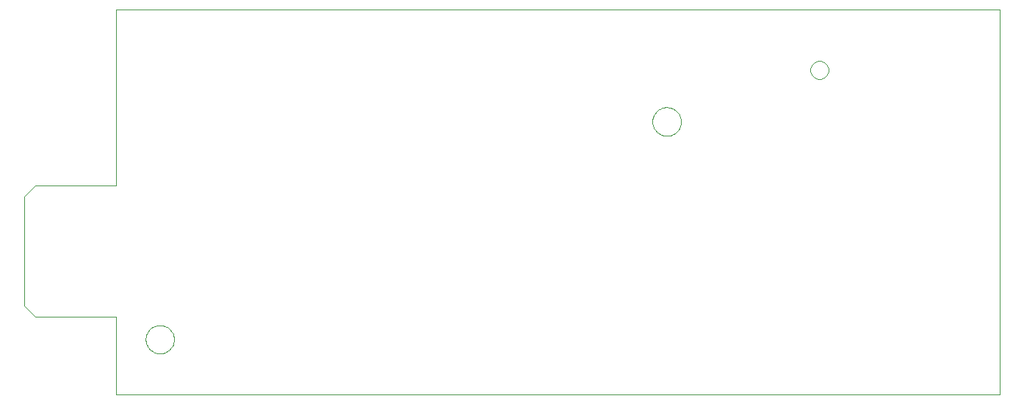
<source format=gko>
G75*
%MOIN*%
%OFA0B0*%
%FSLAX24Y24*%
%IPPOS*%
%LPD*%
%AMOC8*
5,1,8,0,0,1.08239X$1,22.5*
%
%ADD10C,0.0000*%
D10*
X004500Y018500D02*
X004500Y020250D01*
X004500Y020130D02*
X004500Y022005D01*
X004500Y022020D02*
X004500Y021384D01*
X004500Y022020D02*
X000850Y022020D01*
X000350Y022520D01*
X000350Y022699D01*
X000350Y022700D02*
X000350Y027480D01*
X000850Y027980D01*
X004500Y027980D01*
X004500Y029880D01*
X004500Y029250D02*
X004500Y036000D01*
X004500Y035996D02*
X044620Y035996D01*
X044620Y018500D01*
X004500Y018500D01*
X005857Y021000D02*
X005859Y021050D01*
X005865Y021101D01*
X005875Y021150D01*
X005888Y021199D01*
X005906Y021246D01*
X005927Y021292D01*
X005952Y021336D01*
X005980Y021378D01*
X006011Y021418D01*
X006045Y021455D01*
X006082Y021489D01*
X006122Y021520D01*
X006164Y021548D01*
X006208Y021573D01*
X006254Y021594D01*
X006301Y021612D01*
X006350Y021625D01*
X006399Y021635D01*
X006450Y021641D01*
X006500Y021643D01*
X006550Y021641D01*
X006601Y021635D01*
X006650Y021625D01*
X006699Y021612D01*
X006746Y021594D01*
X006792Y021573D01*
X006836Y021548D01*
X006878Y021520D01*
X006918Y021489D01*
X006955Y021455D01*
X006989Y021418D01*
X007020Y021378D01*
X007048Y021336D01*
X007073Y021292D01*
X007094Y021246D01*
X007112Y021199D01*
X007125Y021150D01*
X007135Y021101D01*
X007141Y021050D01*
X007143Y021000D01*
X007141Y020950D01*
X007135Y020899D01*
X007125Y020850D01*
X007112Y020801D01*
X007094Y020754D01*
X007073Y020708D01*
X007048Y020664D01*
X007020Y020622D01*
X006989Y020582D01*
X006955Y020545D01*
X006918Y020511D01*
X006878Y020480D01*
X006836Y020452D01*
X006792Y020427D01*
X006746Y020406D01*
X006699Y020388D01*
X006650Y020375D01*
X006601Y020365D01*
X006550Y020359D01*
X006500Y020357D01*
X006450Y020359D01*
X006399Y020365D01*
X006350Y020375D01*
X006301Y020388D01*
X006254Y020406D01*
X006208Y020427D01*
X006164Y020452D01*
X006122Y020480D01*
X006082Y020511D01*
X006045Y020545D01*
X006011Y020582D01*
X005980Y020622D01*
X005952Y020664D01*
X005927Y020708D01*
X005906Y020754D01*
X005888Y020801D01*
X005875Y020850D01*
X005865Y020899D01*
X005859Y020950D01*
X005857Y021000D01*
X028850Y030900D02*
X028852Y030950D01*
X028858Y031000D01*
X028868Y031050D01*
X028881Y031098D01*
X028898Y031146D01*
X028919Y031192D01*
X028943Y031236D01*
X028971Y031278D01*
X029002Y031318D01*
X029036Y031355D01*
X029073Y031390D01*
X029112Y031421D01*
X029153Y031450D01*
X029197Y031475D01*
X029243Y031497D01*
X029290Y031515D01*
X029338Y031529D01*
X029387Y031540D01*
X029437Y031547D01*
X029487Y031550D01*
X029538Y031549D01*
X029588Y031544D01*
X029638Y031535D01*
X029686Y031523D01*
X029734Y031506D01*
X029780Y031486D01*
X029825Y031463D01*
X029868Y031436D01*
X029908Y031406D01*
X029946Y031373D01*
X029981Y031337D01*
X030014Y031298D01*
X030043Y031257D01*
X030069Y031214D01*
X030092Y031169D01*
X030111Y031122D01*
X030126Y031074D01*
X030138Y031025D01*
X030146Y030975D01*
X030150Y030925D01*
X030150Y030875D01*
X030146Y030825D01*
X030138Y030775D01*
X030126Y030726D01*
X030111Y030678D01*
X030092Y030631D01*
X030069Y030586D01*
X030043Y030543D01*
X030014Y030502D01*
X029981Y030463D01*
X029946Y030427D01*
X029908Y030394D01*
X029868Y030364D01*
X029825Y030337D01*
X029780Y030314D01*
X029734Y030294D01*
X029686Y030277D01*
X029638Y030265D01*
X029588Y030256D01*
X029538Y030251D01*
X029487Y030250D01*
X029437Y030253D01*
X029387Y030260D01*
X029338Y030271D01*
X029290Y030285D01*
X029243Y030303D01*
X029197Y030325D01*
X029153Y030350D01*
X029112Y030379D01*
X029073Y030410D01*
X029036Y030445D01*
X029002Y030482D01*
X028971Y030522D01*
X028943Y030564D01*
X028919Y030608D01*
X028898Y030654D01*
X028881Y030702D01*
X028868Y030750D01*
X028858Y030800D01*
X028852Y030850D01*
X028850Y030900D01*
X036012Y033244D02*
X036014Y033284D01*
X036020Y033325D01*
X036030Y033364D01*
X036043Y033402D01*
X036061Y033439D01*
X036082Y033473D01*
X036106Y033506D01*
X036133Y033536D01*
X036163Y033563D01*
X036196Y033587D01*
X036230Y033608D01*
X036267Y033626D01*
X036305Y033639D01*
X036344Y033649D01*
X036385Y033655D01*
X036425Y033657D01*
X036465Y033655D01*
X036506Y033649D01*
X036545Y033639D01*
X036583Y033626D01*
X036620Y033608D01*
X036654Y033587D01*
X036687Y033563D01*
X036717Y033536D01*
X036744Y033506D01*
X036768Y033473D01*
X036789Y033439D01*
X036807Y033402D01*
X036820Y033364D01*
X036830Y033325D01*
X036836Y033284D01*
X036838Y033244D01*
X036836Y033204D01*
X036830Y033163D01*
X036820Y033124D01*
X036807Y033086D01*
X036789Y033049D01*
X036768Y033015D01*
X036744Y032982D01*
X036717Y032952D01*
X036687Y032925D01*
X036654Y032901D01*
X036620Y032880D01*
X036583Y032862D01*
X036545Y032849D01*
X036506Y032839D01*
X036465Y032833D01*
X036425Y032831D01*
X036385Y032833D01*
X036344Y032839D01*
X036305Y032849D01*
X036267Y032862D01*
X036230Y032880D01*
X036196Y032901D01*
X036163Y032925D01*
X036133Y032952D01*
X036106Y032982D01*
X036082Y033015D01*
X036061Y033049D01*
X036043Y033086D01*
X036030Y033124D01*
X036020Y033163D01*
X036014Y033204D01*
X036012Y033244D01*
M02*

</source>
